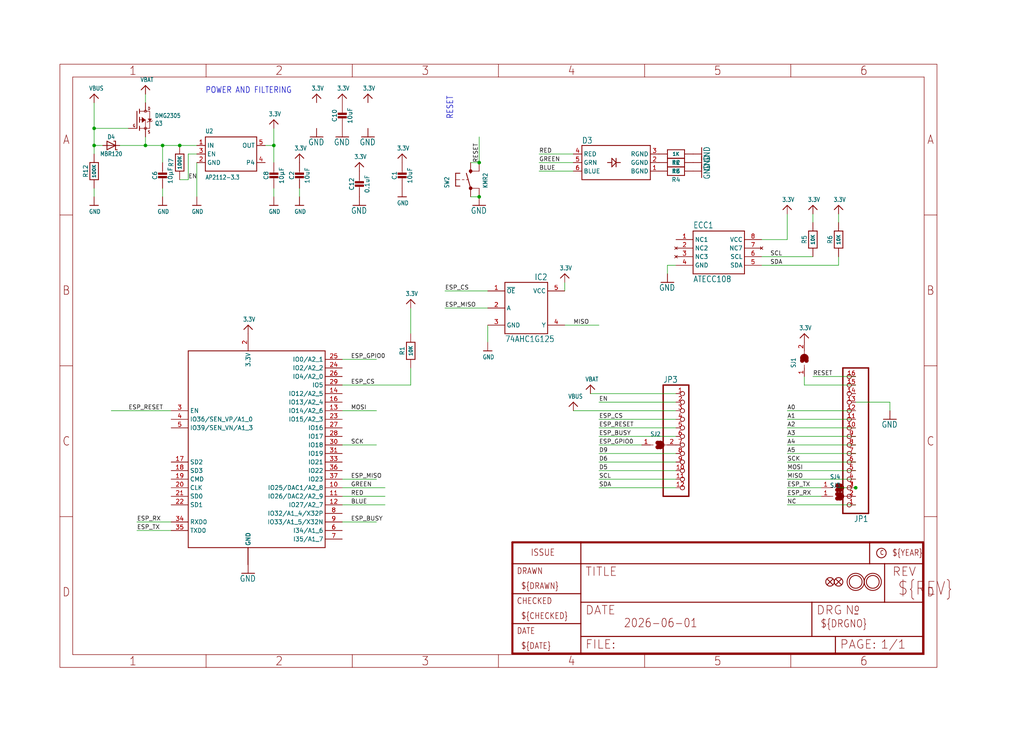
<source format=kicad_sch>
(kicad_sch (version 20230121) (generator eeschema)
  (paper "User" 303.962 217.322)
  (lib_symbols
    (symbol "working-eagle-import:3.3V" (power)
      (property "Value" "3.3V" (at -1.524 1.016 0))
      (symbol "3.3V_1_0"
        (pin power_in line (at 0 -2.54 90) (length 2.54) (name "3.3V") (number "1"))
      )
    )
    (symbol "working-eagle-import:74AHC1G125"
      (property "Reference" "IC" (at 7.62 10.16 0))
      (symbol "74AHC1G125_1_0"
        (pin input line (at -10.16 5.08 0) (length 5.08) (name "~{OE}") (number "1"))
        (pin input line (at -10.16 0 0) (length 5.08) (name "A") (number "2"))
        (pin power_in line (at -10.16 -5.08 0) (length 5.08) (name "GND") (number "3"))
        (pin output line (at 12.7 -5.08 180) (length 5.08) (name "Y") (number "4"))
        (pin power_in line (at 12.7 5.08 180) (length 5.08) (name "VCC") (number "5"))
      )
    )
    (symbol "working-eagle-import:ATECC108"
      (property "Reference" "ECC" (at -7.62 5.842 0))
      (symbol "ATECC108_1_0"
        (pin bidirectional line (at -12.7 2.54 0) (length 5.08) (name "NC1") (number "1"))
        (pin no_connect line (at -12.7 0 0) (length 5.08) (name "NC2") (number "2"))
        (pin no_connect line (at -12.7 -2.54 0) (length 5.08) (name "NC3") (number "3"))
        (pin power_in line (at -12.7 -5.08 0) (length 5.08) (name "GND") (number "4"))
        (pin bidirectional line (at 12.7 -5.08 180) (length 5.08) (name "SDA") (number "5"))
        (pin bidirectional line (at 12.7 -2.54 180) (length 5.08) (name "SCL") (number "6"))
        (pin no_connect line (at 12.7 0 180) (length 5.08) (name "NC7") (number "7"))
        (pin power_in line (at 12.7 2.54 180) (length 5.08) (name "VCC") (number "8"))
      )
    )
    (symbol "working-eagle-import:CAP_CERAMIC0603_NO"
      (property "Reference" "C" (at -2.29 1.25 90))
      (symbol "CAP_CERAMIC0603_NO_1_0"
        (pin passive line (at 0 5.08 270) (length 2.54) (name "1") (number "1"))
        (pin passive line (at 0 -2.54 90) (length 2.54) (name "2") (number "2"))
      )
    )
    (symbol "working-eagle-import:CAP_CERAMIC0805-NOOUTLINE"
      (property "Reference" "C" (at -2.29 1.25 90))
      (symbol "CAP_CERAMIC0805-NOOUTLINE_1_0"
        (pin passive line (at 0 5.08 270) (length 2.54) (name "1") (number "1"))
        (pin passive line (at 0 -2.54 90) (length 2.54) (name "2") (number "2"))
      )
    )
    (symbol "working-eagle-import:DIODE-SCHOTTKYSOD-123"
      (property "Reference" "D" (at 0 2.54 0))
      (symbol "DIODE-SCHOTTKYSOD-123_1_0"
        (pin passive line (at -2.54 0 0) (length 2.54) (name "A") (number "A"))
        (pin passive line (at 2.54 0 180) (length 2.54) (name "C") (number "C"))
      )
    )
    (symbol "working-eagle-import:ESP32_WROOM32_SKINNY"
      (symbol "ESP32_WROOM32_SKINNY_1_0"
        (pin passive line (at 0 -27.94 90) (length 5.08) (name "GND") (number "1"))
        (pin bidirectional line (at 27.94 -5.08 180) (length 5.08) (name "IO25/DAC1/A2_8") (number "10"))
        (pin bidirectional line (at 27.94 -7.62 180) (length 5.08) (name "IO26/DAC2/A2_9") (number "11"))
        (pin bidirectional line (at 27.94 -10.16 180) (length 5.08) (name "IO27/A2_7") (number "12"))
        (pin bidirectional line (at 27.94 17.78 180) (length 5.08) (name "IO14/A2_6") (number "13"))
        (pin bidirectional line (at 27.94 22.86 180) (length 5.08) (name "IO12/A2_5") (number "14"))
        (pin passive line (at 0 -27.94 90) (length 5.08) (name "GND") (number "15"))
        (pin bidirectional line (at 27.94 20.32 180) (length 5.08) (name "IO13/A2_4") (number "16"))
        (pin bidirectional line (at -22.86 2.54 0) (length 5.08) (name "SD2") (number "17"))
        (pin bidirectional line (at -22.86 0 0) (length 5.08) (name "SD3") (number "18"))
        (pin bidirectional line (at -22.86 -2.54 0) (length 5.08) (name "CMD") (number "19"))
        (pin passive line (at 0 40.64 270) (length 5.08) (name "3.3V") (number "2"))
        (pin bidirectional line (at -22.86 -5.08 0) (length 5.08) (name "CLK") (number "20"))
        (pin bidirectional line (at -22.86 -7.62 0) (length 5.08) (name "SD0") (number "21"))
        (pin bidirectional line (at -22.86 -10.16 0) (length 5.08) (name "SD1") (number "22"))
        (pin bidirectional line (at 27.94 15.24 180) (length 5.08) (name "IO15/A2_3") (number "23"))
        (pin bidirectional line (at 27.94 30.48 180) (length 5.08) (name "IO2/A2_2") (number "24"))
        (pin bidirectional line (at 27.94 33.02 180) (length 5.08) (name "IO0/A2_1") (number "25"))
        (pin bidirectional line (at 27.94 27.94 180) (length 5.08) (name "IO4/A2_0") (number "26"))
        (pin bidirectional line (at 27.94 12.7 180) (length 5.08) (name "IO16") (number "27"))
        (pin bidirectional line (at 27.94 10.16 180) (length 5.08) (name "IO17") (number "28"))
        (pin bidirectional line (at 27.94 25.4 180) (length 5.08) (name "IO5") (number "29"))
        (pin input line (at -22.86 17.78 0) (length 5.08) (name "EN") (number "3"))
        (pin bidirectional line (at 27.94 7.62 180) (length 5.08) (name "IO18") (number "30"))
        (pin bidirectional line (at 27.94 5.08 180) (length 5.08) (name "IO19") (number "31"))
        (pin bidirectional line (at 27.94 2.54 180) (length 5.08) (name "IO21") (number "33"))
        (pin input line (at -22.86 -15.24 0) (length 5.08) (name "RXD0") (number "34"))
        (pin output line (at -22.86 -17.78 0) (length 5.08) (name "TXD0") (number "35"))
        (pin bidirectional line (at 27.94 0 180) (length 5.08) (name "IO22") (number "36"))
        (pin bidirectional line (at 27.94 -2.54 180) (length 5.08) (name "IO23") (number "37"))
        (pin passive line (at 0 -27.94 90) (length 5.08) (name "GND") (number "38"))
        (pin passive line (at -22.86 15.24 0) (length 5.08) (name "IO36/SEN_VP/A1_0") (number "4"))
        (pin passive line (at -22.86 12.7 0) (length 5.08) (name "IO39/SEN_VN/A1_3") (number "5"))
        (pin bidirectional line (at 27.94 -17.78 180) (length 5.08) (name "I34/A1_6") (number "6"))
        (pin bidirectional line (at 27.94 -20.32 180) (length 5.08) (name "I35/A1_7") (number "7"))
        (pin bidirectional line (at 27.94 -12.7 180) (length 5.08) (name "IO32/A1_4/X32P") (number "8"))
        (pin bidirectional line (at 27.94 -15.24 180) (length 5.08) (name "IO33/A1_5/X32N") (number "9"))
        (pin passive line (at 0 -27.94 90) (length 5.08) (name "GND") (number "P$1"))
      )
    )
    (symbol "working-eagle-import:FIDUCIAL_1MM")
    (symbol "working-eagle-import:FRAME_A4"
      (symbol "FRAME_A4_1_0"
        (text "1" (at 21.6958 1.905 0) (effects (font (size 2.54 2.286))))
        (text "1" (at 21.6958 177.165 0) (effects (font (size 2.54 2.286))))
        (text "2" (at 65.0875 1.905 0) (effects (font (size 2.54 2.286))))
        (text "2" (at 65.0875 177.165 0) (effects (font (size 2.54 2.286))))
        (text "3" (at 108.4792 1.905 0) (effects (font (size 2.54 2.286))))
        (text "3" (at 108.4792 177.165 0) (effects (font (size 2.54 2.286))))
        (text "4" (at 151.8708 1.905 0) (effects (font (size 2.54 2.286))))
        (text "4" (at 151.8708 177.165 0) (effects (font (size 2.54 2.286))))
        (text "5" (at 195.2625 1.905 0) (effects (font (size 2.54 2.286))))
        (text "5" (at 195.2625 177.165 0) (effects (font (size 2.54 2.286))))
        (text "6" (at 238.6542 1.905 0) (effects (font (size 2.54 2.286))))
        (text "6" (at 238.6542 177.165 0) (effects (font (size 2.54 2.286))))
        (text "A" (at 1.905 156.6863 0) (effects (font (size 2.54 2.286))))
        (text "A" (at 258.445 156.6863 0) (effects (font (size 2.54 2.286))))
        (text "B" (at 1.905 111.9188 0) (effects (font (size 2.54 2.286))))
        (text "B" (at 258.445 111.9188 0) (effects (font (size 2.54 2.286))))
        (text "C" (at 1.905 67.1513 0) (effects (font (size 2.54 2.286))))
        (text "C" (at 258.445 67.1513 0) (effects (font (size 2.54 2.286))))
        (text "D" (at 1.905 22.3838 0) (effects (font (size 2.54 2.286))))
        (text "D" (at 258.445 22.3838 0) (effects (font (size 2.54 2.286))))
      )
      (symbol "FRAME_A4_2_0"
        (text "${#}/${##}" (at 108.9152 2.8448 0) (effects (font (size 2.54 2.54)) (justify left bottom)))
        (text "${CHECKED}" (at 2.2352 11.7348 0) (effects (font (size 1.778 1.5113)) (justify left bottom)))
        (text "${COMPANY}" (at 23.349 29.6735 0) (effects (font (size 3.175 2.6987) (thickness 0.5397) bold) (justify left bottom)))
        (text "${CURRENT_DATE}" (at 32.7152 9.1948 0) (effects (font (size 2.54 2.159)) (justify left bottom)))
        (text "${DATE}" (at 2.2352 2.8448 0) (effects (font (size 1.778 1.5113)) (justify left bottom)))
        (text "${DRAWN}" (at 2.2352 20.6248 0) (effects (font (size 1.778 1.5113)) (justify left bottom)))
        (text "${DRGNO}" (at 91.1352 9.1948 0) (effects (font (size 2.1844 1.8567)) (justify left bottom)))
        (text "${PROJECTNAME}" (at 33.0327 2.8448 0) (effects (font (size 2.54 2.159)) (justify left bottom)))
        (text "${REV}" (at 113.9952 18.7198 0) (effects (font (size 3.81 3.2385)) (justify left bottom)))
        (text "${YEAR}" (at 112.4077 30.4673 0) (effects (font (size 1.778 1.5113)) (justify left bottom)))
        (text "C" (at 108.7564 30.7848 0) (effects (font (size 1.27 1.0795)) (justify left bottom)))
        (text "CHECKED" (at 0.9652 16.1798 0) (effects (font (size 1.778 1.5113)) (justify left bottom)))
        (text "DATE" (at 0.9652 7.2898 0) (effects (font (size 1.778 1.5113)) (justify left bottom)))
        (text "DATE" (at 21.2852 13.0048 0) (effects (font (size 2.54 2.54)) (justify left bottom)))
        (text "DRAWN" (at 0.9652 25.0698 0) (effects (font (size 1.778 1.5113)) (justify left bottom)))
        (text "DRG" (at 89.8652 13.0048 0) (effects (font (size 2.54 2.54)) (justify left bottom)))
        (text "FILE:" (at 21.2852 2.8448 0) (effects (font (size 2.54 2.54)) (justify left bottom)))
        (text "ISSUE" (at 5.0927 30.4673 0) (effects (font (size 1.9304 1.6408)) (justify left bottom)))
        (text "N" (at 98.4377 13.0048 0) (effects (font (size 2.54 2.54)) (justify left bottom)))
        (text "o" (at 100.9777 13.9573 0) (effects (font (size 2.1844 1.8567)) (justify left bottom)))
        (text "PAGE:" (at 96.8502 2.8448 0) (effects (font (size 2.54 2.54)) (justify left bottom)))
        (text "REV" (at 112.4077 24.4348 0) (effects (font (size 2.54 2.54)) (justify left bottom)))
        (text "TITLE" (at 21.2852 24.4348 0) (effects (font (size 2.54 2.54)) (justify left bottom)))
      )
    )
    (symbol "working-eagle-import:GND" (power)
      (property "Value" "GND" (at -1.524 -2.54 0))
      (symbol "GND_1_0"
        (pin power_in line (at 0 2.54 270) (length 2.54) (name "GND") (number "1"))
      )
    )
    (symbol "working-eagle-import:HEADER-1X12_MIN"
      (property "Reference" "JP" (at -6.35 18.415 0))
      (symbol "HEADER-1X12_MIN_1_0"
        (pin passive inverted (at -2.54 15.24 0) (length 2.54) (name "1") (number "1"))
        (pin passive inverted (at -2.54 -7.62 0) (length 2.54) (name "10") (number "10"))
        (pin passive inverted (at -2.54 -10.16 0) (length 2.54) (name "11") (number "11"))
        (pin passive inverted (at -2.54 -12.7 0) (length 2.54) (name "12") (number "12"))
        (pin passive inverted (at -2.54 12.7 0) (length 2.54) (name "2") (number "2"))
        (pin passive inverted (at -2.54 10.16 0) (length 2.54) (name "3") (number "3"))
        (pin passive inverted (at -2.54 7.62 0) (length 2.54) (name "4") (number "4"))
        (pin passive inverted (at -2.54 5.08 0) (length 2.54) (name "5") (number "5"))
        (pin passive inverted (at -2.54 2.54 0) (length 2.54) (name "6") (number "6"))
        (pin passive inverted (at -2.54 0 0) (length 2.54) (name "7") (number "7"))
        (pin passive inverted (at -2.54 -2.54 0) (length 2.54) (name "8") (number "8"))
        (pin passive inverted (at -2.54 -5.08 0) (length 2.54) (name "9") (number "9"))
      )
    )
    (symbol "working-eagle-import:HEADER-1X16_MIN"
      (property "Reference" "JP" (at -6.35 20.955 0))
      (symbol "HEADER-1X16_MIN_1_0"
        (pin passive inverted (at -2.54 17.78 0) (length 2.54) (name "1") (number "1"))
        (pin passive inverted (at -2.54 -5.08 0) (length 2.54) (name "10") (number "10"))
        (pin passive inverted (at -2.54 -7.62 0) (length 2.54) (name "11") (number "11"))
        (pin passive inverted (at -2.54 -10.16 0) (length 2.54) (name "12") (number "12"))
        (pin passive inverted (at -2.54 -12.7 0) (length 2.54) (name "13") (number "13"))
        (pin passive inverted (at -2.54 -15.24 0) (length 2.54) (name "14") (number "14"))
        (pin passive inverted (at -2.54 -17.78 0) (length 2.54) (name "15") (number "15"))
        (pin passive inverted (at -2.54 -20.32 0) (length 2.54) (name "16") (number "16"))
        (pin passive inverted (at -2.54 15.24 0) (length 2.54) (name "2") (number "2"))
        (pin passive inverted (at -2.54 12.7 0) (length 2.54) (name "3") (number "3"))
        (pin passive inverted (at -2.54 10.16 0) (length 2.54) (name "4") (number "4"))
        (pin passive inverted (at -2.54 7.62 0) (length 2.54) (name "5") (number "5"))
        (pin passive inverted (at -2.54 5.08 0) (length 2.54) (name "6") (number "6"))
        (pin passive inverted (at -2.54 2.54 0) (length 2.54) (name "7") (number "7"))
        (pin passive inverted (at -2.54 0 0) (length 2.54) (name "8") (number "8"))
        (pin passive inverted (at -2.54 -2.54 0) (length 2.54) (name "9") (number "9"))
      )
    )
    (symbol "working-eagle-import:LED_RGB_PLCC6CREE-CLV6A"
      (property "Reference" "D" (at -10.16 5.588 0))
      (symbol "LED_RGB_PLCC6CREE-CLV6A_1_0"
        (pin power_in line (at 12.7 -2.54 180) (length 2.54) (name "BGND") (number "1"))
        (pin power_in line (at 12.7 0 180) (length 2.54) (name "GGND") (number "2"))
        (pin power_in line (at 12.7 2.54 180) (length 2.54) (name "RGND") (number "3"))
        (pin bidirectional line (at -12.7 2.54 0) (length 2.54) (name "RED") (number "4"))
        (pin bidirectional line (at -12.7 0 0) (length 2.54) (name "GRN") (number "5"))
        (pin bidirectional line (at -12.7 -2.54 0) (length 2.54) (name "BLUE") (number "6"))
      )
    )
    (symbol "working-eagle-import:MOSFET-P"
      (property "Reference" "Q" (at 2.794 0.381 0))
      (symbol "MOSFET-P_1_0"
        (text "D" (at 0.635 -3.81 0) (effects (font (size 0.8128 0.6908)) (justify left bottom)))
        (text "G" (at -3.81 1.27 0) (effects (font (size 0.8128 0.6908)) (justify left bottom)))
        (text "S" (at 0.635 3.175 0) (effects (font (size 0.8128 0.6908)) (justify left bottom)))
        (pin passive line (at -5.08 2.54 0) (length 2.54) (name "G") (number "1"))
        (pin passive line (at 0 5.08 270) (length 2.54) (name "S") (number "2"))
        (pin passive line (at 0 -5.08 90) (length 2.54) (name "D") (number "3"))
      )
    )
    (symbol "working-eagle-import:MOUNTINGHOLE2.5")
    (symbol "working-eagle-import:RESISTOR_0603_NOOUT"
      (property "Reference" "R" (at 0 2.54 0))
      (symbol "RESISTOR_0603_NOOUT_1_0"
        (pin passive line (at -5.08 0 0) (length 2.54) (name "1") (number "1"))
        (pin passive line (at 5.08 0 180) (length 2.54) (name "2") (number "2"))
      )
    )
    (symbol "working-eagle-import:SOLDERJUMPER"
      (property "Reference" "SJ" (at -2.54 2.54 0))
      (symbol "SOLDERJUMPER_1_0"
        (pin passive line (at -5.08 0 0) (length 2.54) (name "1") (number "1"))
        (pin passive line (at 5.08 0 180) (length 2.54) (name "2") (number "2"))
      )
    )
    (symbol "working-eagle-import:SWITCH_TACT_SMT4.6X2.8"
      (property "Reference" "SW" (at -2.54 6.35 0))
      (symbol "SWITCH_TACT_SMT4.6X2.8_1_0"
        (pin passive line (at -5.08 0 0) (length 2.54) (name "P") (number "A"))
        (pin passive line (at -5.08 -2.54 0) (length 2.54) (name "P1") (number "A'"))
        (pin passive line (at 5.08 0 180) (length 2.54) (name "S") (number "B"))
        (pin passive line (at 5.08 -2.54 180) (length 2.54) (name "S1") (number "B'"))
      )
    )
    (symbol "working-eagle-import:SparkFun-Aesthetics_GND" (power)
      (property "Value" "SparkFun-Aesthetics_GND" (at -2.54 -2.54 0))
      (symbol "SparkFun-Aesthetics_GND_1_0"
        (pin power_in line (at 0 2.54 270) (length 2.54) (name "GND") (number "1"))
      )
    )
    (symbol "working-eagle-import:VBAT" (power)
      (property "Value" "VBAT" (at -1.524 1.016 0))
      (symbol "VBAT_1_0"
        (pin power_in line (at 0 -2.54 90) (length 2.54) (name "VBAT") (number "1"))
      )
    )
    (symbol "working-eagle-import:VBUS" (power)
      (property "Value" "VBUS" (at -1.524 1.016 0))
      (symbol "VBUS_1_0"
        (pin power_in line (at 0 -2.54 90) (length 2.54) (name "VBUS") (number "1"))
      )
    )
    (symbol "working-eagle-import:VREG_SOT23-5"
      (property "Reference" "U" (at -7.62 6.096 0))
      (symbol "VREG_SOT23-5_1_0"
        (pin power_in line (at -10.16 2.54 0) (length 2.54) (name "IN") (number "1"))
        (pin power_in line (at -10.16 -2.54 0) (length 2.54) (name "GND") (number "2"))
        (pin input line (at -10.16 0 0) (length 2.54) (name "EN") (number "3"))
        (pin bidirectional line (at 10.16 -2.54 180) (length 2.54) (name "P4") (number "4"))
        (pin power_in line (at 10.16 2.54 180) (length 2.54) (name "OUT") (number "5"))
      )
    )
    (symbol "working-eagle-import:supply1_GND" (power)
      (property "Value" "supply1_GND" (at -2.54 -2.54 0))
      (symbol "supply1_GND_1_0"
        (pin power_in line (at 0 2.54 270) (length 2.54) (name "GND") (number "1"))
      )
    )
  )
  (junction (at 142.24 48.26))
  (junction (at 142.24 58.42))
  (junction (at 43.18 43.18))
  (junction (at 48.26 43.18))
  (junction (at 53.34 43.18))
  (junction (at 27.94 38.1))
  (junction (at 254 144.78))
  (junction (at 81.28 43.18))
  (junction (at 27.94 43.18))
  (wire (pts (xy 101.6 147.32) (xy 114.3 147.32)) (stroke (width 0.1524)))
  (wire (pts (xy 27.94 45.72) (xy 27.94 43.18)) (stroke (width 0.1524)))
  (wire (pts (xy 55.88 45.72) (xy 58.42 45.72)) (stroke (width 0.1524)))
  (wire (pts (xy 132.08 91.44) (xy 144.78 91.44)) (stroke (width 0.1524)))
  (wire (pts (xy 101.6 154.94) (xy 111.76 154.94)) (stroke (width 0.1524)))
  (wire (pts (xy 200.66 142.24) (xy 177.8 142.24)) (stroke (width 0.1524)))
  (wire (pts (xy 35.56 43.18) (xy 43.18 43.18)) (stroke (width 0.1524)))
  (wire (pts (xy 226.06 78.74) (xy 248.92 78.74)) (stroke (width 0.1524)))
  (wire (pts (xy 27.94 58.42) (xy 27.94 55.88)) (stroke (width 0.1524)))
  (wire (pts (xy 43.18 40.64) (xy 43.18 43.18)) (stroke (width 0.1524)))
  (wire (pts (xy 101.6 106.68) (xy 111.76 106.68)) (stroke (width 0.1524)))
  (wire (pts (xy 198.12 78.74) (xy 198.12 81.28)) (stroke (width 0.1524)))
  (wire (pts (xy 142.24 40.64) (xy 142.24 48.26)) (stroke (width 0.1524)))
  (wire (pts (xy 233.68 63.5) (xy 233.68 71.12)) (stroke (width 0.1524)))
  (wire (pts (xy 254 132.08) (xy 233.68 132.08)) (stroke (width 0.1524)))
  (wire (pts (xy 248.92 63.5) (xy 248.92 66.04)) (stroke (width 0.1524)))
  (wire (pts (xy 121.92 114.3) (xy 121.92 109.22)) (stroke (width 0.1524)))
  (wire (pts (xy 264.16 119.38) (xy 264.16 121.92)) (stroke (width 0.1524)))
  (wire (pts (xy 200.66 124.46) (xy 177.8 124.46)) (stroke (width 0.1524)))
  (wire (pts (xy 50.8 157.48) (xy 40.64 157.48)) (stroke (width 0.1524)))
  (wire (pts (xy 254 139.7) (xy 233.68 139.7)) (stroke (width 0.1524)))
  (wire (pts (xy 121.92 91.44) (xy 121.92 99.06)) (stroke (width 0.1524)))
  (wire (pts (xy 48.26 55.88) (xy 48.26 58.42)) (stroke (width 0.1524)))
  (wire (pts (xy 243.84 144.78) (xy 233.68 144.78)) (stroke (width 0.1524)))
  (wire (pts (xy 175.26 116.84) (xy 200.66 116.84)) (stroke (width 0.1524)))
  (wire (pts (xy 254 134.62) (xy 233.68 134.62)) (stroke (width 0.1524)))
  (wire (pts (xy 30.48 43.18) (xy 27.94 43.18)) (stroke (width 0.1524)))
  (wire (pts (xy 160.02 48.26) (xy 170.18 48.26)) (stroke (width 0.1524)))
  (wire (pts (xy 254 111.76) (xy 241.3 111.76)) (stroke (width 0.1524)))
  (wire (pts (xy 114.3 149.86) (xy 101.6 149.86)) (stroke (width 0.1524)))
  (wire (pts (xy 167.64 83.82) (xy 167.64 86.36)) (stroke (width 0.1524)))
  (wire (pts (xy 27.94 43.18) (xy 27.94 38.1)) (stroke (width 0.1524)))
  (wire (pts (xy 78.74 43.18) (xy 81.28 43.18)) (stroke (width 0.1524)))
  (wire (pts (xy 233.68 142.24) (xy 254 142.24)) (stroke (width 0.1524)))
  (wire (pts (xy 142.24 48.26) (xy 139.7 48.26)) (stroke (width 0.1524)))
  (wire (pts (xy 53.34 53.34) (xy 55.88 53.34)) (stroke (width 0.1524)))
  (wire (pts (xy 139.7 58.42) (xy 142.24 58.42)) (stroke (width 0.1524)))
  (wire (pts (xy 160.02 45.72) (xy 170.18 45.72)) (stroke (width 0.1524)))
  (wire (pts (xy 226.06 71.12) (xy 233.68 71.12)) (stroke (width 0.1524)))
  (wire (pts (xy 53.34 43.18) (xy 48.26 43.18)) (stroke (width 0.1524)))
  (wire (pts (xy 238.76 111.76) (xy 238.76 114.3)) (stroke (width 0.1524)))
  (wire (pts (xy 200.66 121.92) (xy 170.18 121.92)) (stroke (width 0.1524)))
  (wire (pts (xy 200.66 139.7) (xy 177.8 139.7)) (stroke (width 0.1524)))
  (wire (pts (xy 81.28 55.88) (xy 81.28 58.42)) (stroke (width 0.1524)))
  (wire (pts (xy 177.8 144.78) (xy 200.66 144.78)) (stroke (width 0.1524)))
  (wire (pts (xy 132.08 86.36) (xy 144.78 86.36)) (stroke (width 0.1524)))
  (wire (pts (xy 177.8 137.16) (xy 200.66 137.16)) (stroke (width 0.1524)))
  (wire (pts (xy 81.28 43.18) (xy 81.28 38.1)) (stroke (width 0.1524)))
  (wire (pts (xy 254 121.92) (xy 233.68 121.92)) (stroke (width 0.1524)))
  (wire (pts (xy 254 149.86) (xy 233.68 149.86)) (stroke (width 0.1524)))
  (wire (pts (xy 233.68 129.54) (xy 254 129.54)) (stroke (width 0.1524)))
  (wire (pts (xy 226.06 76.2) (xy 241.3 76.2)) (stroke (width 0.1524)))
  (wire (pts (xy 58.42 48.26) (xy 58.42 58.42)) (stroke (width 0.1524)))
  (wire (pts (xy 111.76 132.08) (xy 101.6 132.08)) (stroke (width 0.1524)))
  (wire (pts (xy 254 119.38) (xy 264.16 119.38)) (stroke (width 0.1524)))
  (wire (pts (xy 27.94 38.1) (xy 27.94 30.48)) (stroke (width 0.1524)))
  (wire (pts (xy 48.26 43.18) (xy 48.26 48.26)) (stroke (width 0.1524)))
  (wire (pts (xy 38.1 38.1) (xy 27.94 38.1)) (stroke (width 0.1524)))
  (wire (pts (xy 241.3 66.04) (xy 241.3 63.5)) (stroke (width 0.1524)))
  (wire (pts (xy 248.92 78.74) (xy 248.92 76.2)) (stroke (width 0.1524)))
  (wire (pts (xy 101.6 114.3) (xy 121.92 114.3)) (stroke (width 0.1524)))
  (wire (pts (xy 58.42 43.18) (xy 53.34 43.18)) (stroke (width 0.1524)))
  (wire (pts (xy 177.8 134.62) (xy 200.66 134.62)) (stroke (width 0.1524)))
  (wire (pts (xy 111.76 142.24) (xy 101.6 142.24)) (stroke (width 0.1524)))
  (wire (pts (xy 200.66 78.74) (xy 198.12 78.74)) (stroke (width 0.1524)))
  (wire (pts (xy 88.9 55.88) (xy 88.9 58.42)) (stroke (width 0.1524)))
  (wire (pts (xy 55.88 53.34) (xy 55.88 45.72)) (stroke (width 0.1524)))
  (wire (pts (xy 238.76 114.3) (xy 254 114.3)) (stroke (width 0.1524)))
  (wire (pts (xy 200.66 129.54) (xy 177.8 129.54)) (stroke (width 0.1524)))
  (wire (pts (xy 254 144.78) (xy 248.9962 144.78)) (stroke (width 0.1524)))
  (wire (pts (xy 254 124.46) (xy 233.68 124.46)) (stroke (width 0.1524)))
  (wire (pts (xy 254 137.16) (xy 233.68 137.16)) (stroke (width 0.1524)))
  (wire (pts (xy 254 127) (xy 233.68 127)) (stroke (width 0.1524)))
  (wire (pts (xy 43.18 43.18) (xy 48.26 43.18)) (stroke (width 0.1524)))
  (wire (pts (xy 101.6 121.92) (xy 111.76 121.92)) (stroke (width 0.1524)))
  (wire (pts (xy 50.8 121.92) (xy 33.02 121.92)) (stroke (width 0.1524)))
  (wire (pts (xy 50.8 154.94) (xy 40.64 154.94)) (stroke (width 0.1524)))
  (wire (pts (xy 43.18 27.94) (xy 43.18 30.48)) (stroke (width 0.1524)))
  (wire (pts (xy 177.8 119.38) (xy 200.66 119.38)) (stroke (width 0.1524)))
  (wire (pts (xy 160.02 50.8) (xy 170.18 50.8)) (stroke (width 0.1524)))
  (wire (pts (xy 167.64 96.52) (xy 177.8 96.52)) (stroke (width 0.1524)))
  (wire (pts (xy 81.28 48.26) (xy 81.28 43.18)) (stroke (width 0.1524)))
  (wire (pts (xy 177.8 127) (xy 200.66 127)) (stroke (width 0.1524)))
  (wire (pts (xy 177.8 132.08) (xy 190.5 132.08)) (stroke (width 0.1524)))
  (wire (pts (xy 233.68 147.32) (xy 243.84 147.32)) (stroke (width 0.1524)))
  (wire (pts (xy 101.6 144.78) (xy 114.3 144.78)) (stroke (width 0.1524)))
  (wire (pts (xy 144.78 96.52) (xy 144.78 101.6)) (stroke (width 0.1524)))
  (text "RESET" (at 134.62 35.56 90) (effects (font (size 1.778 1.5113)) (justify left bottom)))
  (text "POWER AND FILTERING" (at 60.96 27.94 0) (effects (font (size 1.778 1.5113)) (justify left bottom)))
  (label "ESP_RESET" (at 177.8 127 0) (effects (font (size 1.2446 1.2446))))
  (label "RED" (at 160.02 45.72 0) (effects (font (size 1.2446 1.2446))))
  (label "D9" (at 177.8 134.62 0) (effects (font (size 1.2446 1.2446))))
  (label "ESP_RX" (at 40.64 154.94 0) (effects (font (size 1.2446 1.2446))))
  (label "ESP_TX" (at 233.68 144.78 0) (effects (font (size 1.2446 1.2446))))
  (label "A4" (at 233.68 132.08 0) (effects (font (size 1.2446 1.2446))))
  (label "ESP_BUSY" (at 104.14 154.94 0) (effects (font (size 1.2446 1.2446))))
  (label "EN" (at 55.88 53.34 0) (effects (font (size 1.2446 1.2446))))
  (label "A2" (at 233.68 127 0) (effects (font (size 1.2446 1.2446))))
  (label "SDA" (at 177.8 144.78 0) (effects (font (size 1.2446 1.2446))))
  (label "ESP_RESET" (at 38.1 121.92 0) (effects (font (size 1.2446 1.2446))))
  (label "A5" (at 233.68 134.62 0) (effects (font (size 1.2446 1.2446))))
  (label "SCK" (at 104.14 132.08 0) (effects (font (size 1.2446 1.2446))))
  (label "ESP_RX" (at 233.68 147.32 0) (effects (font (size 1.2446 1.2446))))
  (label "SCK" (at 233.68 137.16 0) (effects (font (size 1.2446 1.2446))))
  (label "ESP_MISO" (at 104.14 142.24 0) (effects (font (size 1.2446 1.2446))))
  (label "NC" (at 233.68 149.86 0) (effects (font (size 1.2446 1.2446))))
  (label "EN" (at 177.8 119.38 0) (effects (font (size 1.2446 1.2446))))
  (label "RESET" (at 241.3 111.76 0) (effects (font (size 1.2446 1.2446))))
  (label "ESP_GPIO0" (at 104.14 106.68 0) (effects (font (size 1.2446 1.2446))))
  (label "A0" (at 233.68 121.92 0) (effects (font (size 1.2446 1.2446))))
  (label "SCL" (at 177.8 142.24 0) (effects (font (size 1.2446 1.2446))))
  (label "SCL" (at 228.6 76.2 0) (effects (font (size 1.2446 1.2446))))
  (label "GREEN" (at 160.02 48.26 0) (effects (font (size 1.2446 1.2446))))
  (label "ESP_CS" (at 177.8 124.46 0) (effects (font (size 1.2446 1.2446))))
  (label "D6" (at 177.8 137.16 0) (effects (font (size 1.2446 1.2446))))
  (label "MOSI" (at 233.68 139.7 0) (effects (font (size 1.2446 1.2446))))
  (label "MISO" (at 170.18 96.52 0) (effects (font (size 1.2446 1.2446))))
  (label "ESP_GPIO0" (at 177.8 132.08 0) (effects (font (size 1.2446 1.2446))))
  (label "RESET" (at 142.24 48.26 90) (effects (font (size 1.2446 1.2446))))
  (label "ESP_CS" (at 104.14 114.3 0) (effects (font (size 1.2446 1.2446))))
  (label "A1" (at 233.68 124.46 0) (effects (font (size 1.2446 1.2446))))
  (label "ESP_CS" (at 132.08 86.36 0) (effects (font (size 1.2446 1.2446))))
  (label "A3" (at 233.68 129.54 0) (effects (font (size 1.2446 1.2446))))
  (label "MOSI" (at 104.14 121.92 0) (effects (font (size 1.2446 1.2446))))
  (label "D5" (at 177.8 139.7 0) (effects (font (size 1.2446 1.2446))))
  (label "MISO" (at 233.68 142.24 0) (effects (font (size 1.2446 1.2446))))
  (label "RED" (at 104.14 147.32 0) (effects (font (size 1.2446 1.2446))))
  (label "BLUE" (at 160.02 50.8 0) (effects (font (size 1.2446 1.2446))))
  (label "GREEN" (at 104.14 144.78 0) (effects (font (size 1.2446 1.2446))))
  (label "ESP_MISO" (at 132.08 91.44 0) (effects (font (size 1.2446 1.2446))))
  (label "BLUE" (at 104.14 149.86 0) (effects (font (size 1.2446 1.2446))))
  (label "ESP_TX" (at 40.64 157.48 0) (effects (font (size 1.2446 1.2446))))
  (label "SDA" (at 228.6 78.74 0) (effects (font (size 1.2446 1.2446))))
  (label "ESP_BUSY" (at 177.8 129.54 0) (effects (font (size 1.2446 1.2446))))
  (symbol (lib_id "working-eagle-import:supply1_GND") (at 109.22 40.64 0) (unit 1)
    (property "Reference" "#GND10" (effects hide))
    (property "Value" "GND" (at 106.68 43.18 0) (effects (font (size 1.778 1.5113)) (justify left bottom)))
  )
  (symbol (lib_id "working-eagle-import:74AHC1G125") (at 154.94 91.44 0) (unit 1)
    (property "Reference" "IC2" (at 162.56 81.28 0) (effects (font (size 1.778 1.5113)) (justify right top)))
    (property "Value" "74AHC1G125" (at 149.86 101.6 0) (effects (font (size 1.778 1.5113)) (justify left bottom)))
    (property "Footprint" "working:SOT23-5L" (effects hide))
  )
  (symbol (lib_id "working-eagle-import:supply1_GND") (at 93.98 40.64 0) (unit 1)
    (property "Reference" "#GND2" (effects hide))
    (property "Value" "GND" (at 91.44 43.18 0) (effects (font (size 1.778 1.5113)) (justify left bottom)))
  )
  (symbol (lib_id "working-eagle-import:FIDUCIAL_1MM") (at 246.38 172.72 0) (unit 1)
    (property "Reference" "U$35" (effects hide))
    (property "Value" "FIDUCIAL_1MM" (effects hide))
    (property "Footprint" "working:FIDUCIAL_1MM" (effects hide))
  )
  (symbol (lib_id "working-eagle-import:CAP_CERAMIC0805-NOOUTLINE") (at 101.6 35.56 0) (unit 1)
    (property "Reference" "C10" (at 99.31 34.31 90))
    (property "Value" "10uF" (at 103.9 34.31 90))
    (property "Footprint" "working:0805-NO" (effects hide))
  )
  (symbol (lib_id "working-eagle-import:FIDUCIAL_1MM") (at 248.92 172.72 0) (unit 1)
    (property "Reference" "U$34" (effects hide))
    (property "Value" "FIDUCIAL_1MM" (effects hide))
    (property "Footprint" "working:FIDUCIAL_1MM" (effects hide))
  )
  (symbol (lib_id "working-eagle-import:RESISTOR_0603_NOOUT") (at 200.66 45.72 180) (unit 1)
    (property "Reference" "R2" (at 200.66 48.26 0))
    (property "Value" "1K" (at 200.66 45.72 0) (effects (font (size 1.016 1.016) bold)))
    (property "Footprint" "working:0603-NO" (effects hide))
  )
  (symbol (lib_id "working-eagle-import:3.3V") (at 109.22 27.94 0) (unit 1)
    (property "Reference" "#U$49" (effects hide))
    (property "Value" "3.3V" (at 107.696 26.924 0) (effects (font (size 1.27 1.0795)) (justify left bottom)))
  )
  (symbol (lib_id "working-eagle-import:CAP_CERAMIC0805-NOOUTLINE") (at 81.28 53.34 0) (unit 1)
    (property "Reference" "C8" (at 78.99 52.09 90))
    (property "Value" "10µF" (at 83.58 52.09 90))
    (property "Footprint" "working:0805-NO" (effects hide))
    (property "REV" "B" (effects hide))
  )
  (symbol (lib_id "working-eagle-import:GND") (at 88.9 60.96 0) (unit 1)
    (property "Reference" "#U$17" (effects hide))
    (property "Value" "GND" (at 87.376 63.5 0) (effects (font (size 1.27 1.0795)) (justify left bottom)))
  )
  (symbol (lib_id "working-eagle-import:3.3V") (at 119.38 45.72 0) (unit 1)
    (property "Reference" "#U$2" (effects hide))
    (property "Value" "3.3V" (at 117.856 44.704 0) (effects (font (size 1.27 1.0795)) (justify left bottom)))
  )
  (symbol (lib_id "working-eagle-import:HEADER-1X12_MIN") (at 203.2 132.08 0) (unit 1)
    (property "Reference" "JP3" (at 196.85 113.665 0) (effects (font (size 1.778 1.5113)) (justify left bottom)))
    (property "Value" "HEADER-1X12_MIN" (effects hide))
    (property "Footprint" "working:1X12_ROUND_MIN" (effects hide))
  )
  (symbol (lib_id "working-eagle-import:3.3V") (at 167.64 81.28 0) (unit 1)
    (property "Reference" "#U$54" (effects hide))
    (property "Value" "3.3V" (at 166.116 80.264 0) (effects (font (size 1.27 1.0795)) (justify left bottom)))
  )
  (symbol (lib_id "working-eagle-import:RESISTOR_0603_NOOUT") (at 53.34 48.26 90) (unit 1)
    (property "Reference" "R7" (at 50.8 48.26 0))
    (property "Value" "100K" (at 53.34 48.26 0) (effects (font (size 1.016 1.016) bold)))
    (property "Footprint" "working:0603-NO" (effects hide))
  )
  (symbol (lib_id "working-eagle-import:FRAME_A4") (at 17.78 198.12 0) (unit 1)
    (property "Reference" "#FRAME1" (effects hide))
    (property "Value" "FRAME_A4" (effects hide))
  )
  (symbol (lib_id "working-eagle-import:GND") (at 81.28 60.96 0) (unit 1)
    (property "Reference" "#U$29" (effects hide))
    (property "Value" "GND" (at 79.756 63.5 0) (effects (font (size 1.27 1.0795)) (justify left bottom)))
  )
  (symbol (lib_id "working-eagle-import:GND") (at 144.78 104.14 0) (unit 1)
    (property "Reference" "#U$53" (effects hide))
    (property "Value" "GND" (at 143.256 106.68 0) (effects (font (size 1.27 1.0795)) (justify left bottom)))
  )
  (symbol (lib_id "working-eagle-import:GND") (at 27.94 60.96 0) (unit 1)
    (property "Reference" "#U$25" (effects hide))
    (property "Value" "GND" (at 26.416 63.5 0) (effects (font (size 1.27 1.0795)) (justify left bottom)))
  )
  (symbol (lib_id "working-eagle-import:MOSFET-P") (at 43.18 35.56 0) (mirror x) (unit 1)
    (property "Reference" "Q3" (at 45.974 35.941 0) (effects (font (size 1.27 1.0795)) (justify left bottom)))
    (property "Value" "DMG2305" (at 45.974 33.655 0) (effects (font (size 1.27 1.0795)) (justify left bottom)))
    (property "Footprint" "working:SOT23-R" (effects hide))
  )
  (symbol (lib_id "working-eagle-import:VBUS") (at 170.18 119.38 0) (unit 1)
    (property "Reference" "#U$19" (effects hide))
    (property "Value" "VBUS" (at 168.656 118.364 0) (effects (font (size 1.27 1.0795)) (justify left bottom)))
  )
  (symbol (lib_id "working-eagle-import:SOLDERJUMPER") (at 238.76 106.68 90) (unit 1)
    (property "Reference" "SJ1" (at 236.22 109.22 0) (effects (font (size 1.27 1.0795)) (justify left bottom)))
    (property "Value" "SOLDERJUMPER" (effects hide))
    (property "Footprint" "working:SOLDERJUMPER_ARROW_NOPASTE" (effects hide))
  )
  (symbol (lib_id "working-eagle-import:supply1_GND") (at 208.28 48.26 90) (unit 1)
    (property "Reference" "#GND5" (effects hide))
    (property "Value" "GND" (at 210.82 50.8 0) (effects (font (size 1.778 1.5113)) (justify left bottom)))
  )
  (symbol (lib_id "working-eagle-import:RESISTOR_0603_NOOUT") (at 200.66 50.8 180) (unit 1)
    (property "Reference" "R4" (at 200.66 53.34 0))
    (property "Value" "1K" (at 200.66 50.8 0) (effects (font (size 1.016 1.016) bold)))
    (property "Footprint" "working:0603-NO" (effects hide))
  )
  (symbol (lib_id "working-eagle-import:SparkFun-Aesthetics_GND") (at 198.12 83.82 0) (unit 1)
    (property "Reference" "#GND18" (effects hide))
    (property "Value" "GND" (at 195.58 86.36 0) (effects (font (size 1.778 1.5113)) (justify left bottom)))
  )
  (symbol (lib_id "working-eagle-import:3.3V") (at 121.92 88.9 0) (unit 1)
    (property "Reference" "#U$1" (effects hide))
    (property "Value" "3.3V" (at 120.396 87.884 0) (effects (font (size 1.27 1.0795)) (justify left bottom)))
  )
  (symbol (lib_id "working-eagle-import:RESISTOR_0603_NOOUT") (at 27.94 50.8 90) (unit 1)
    (property "Reference" "R12" (at 25.4 50.8 0))
    (property "Value" "100K" (at 27.94 50.8 0) (effects (font (size 1.016 1.016) bold)))
    (property "Footprint" "working:0603-NO" (effects hide))
  )
  (symbol (lib_id "working-eagle-import:SOLDERJUMPER") (at 248.92 147.32 0) (unit 1)
    (property "Reference" "SJ3" (at 246.38 144.78 0) (effects (font (size 1.27 1.0795)) (justify left bottom)))
    (property "Value" "SOLDERJUMPER" (effects hide))
    (property "Footprint" "working:SOLDERJUMPER_ARROW_NOPASTE" (effects hide))
  )
  (symbol (lib_id "working-eagle-import:3.3V") (at 73.66 96.52 0) (unit 1)
    (property "Reference" "#U$47" (effects hide))
    (property "Value" "3.3V" (at 72.136 95.504 0) (effects (font (size 1.27 1.0795)) (justify left bottom)))
  )
  (symbol (lib_id "working-eagle-import:3.3V") (at 238.76 99.06 0) (unit 1)
    (property "Reference" "#U$5" (effects hide))
    (property "Value" "3.3V" (at 237.236 98.044 0) (effects (font (size 1.27 1.0795)) (justify left bottom)))
  )
  (symbol (lib_id "working-eagle-import:VBUS") (at 27.94 27.94 0) (unit 1)
    (property "Reference" "#U$3" (effects hide))
    (property "Value" "VBUS" (at 26.416 26.924 0) (effects (font (size 1.27 1.0795)) (justify left bottom)))
  )
  (symbol (lib_id "working-eagle-import:RESISTOR_0603_NOOUT") (at 200.66 48.26 180) (unit 1)
    (property "Reference" "R3" (at 200.66 50.8 0))
    (property "Value" "1K" (at 200.66 48.26 0) (effects (font (size 1.016 1.016) bold)))
    (property "Footprint" "working:0603-NO" (effects hide))
  )
  (symbol (lib_id "working-eagle-import:SOLDERJUMPER") (at 248.92 144.78 0) (unit 1)
    (property "Reference" "SJ4" (at 246.38 142.24 0) (effects (font (size 1.27 1.0795)) (justify left bottom)))
    (property "Value" "SOLDERJUMPER" (effects hide))
    (property "Footprint" "working:SOLDERJUMPER_ARROW_NOPASTE" (effects hide))
  )
  (symbol (lib_id "working-eagle-import:MOUNTINGHOLE2.5") (at 254 172.72 0) (unit 1)
    (property "Reference" "U$31" (effects hide))
    (property "Value" "MOUNTINGHOLE2.5" (effects hide))
    (property "Footprint" "working:MOUNTINGHOLE_2.5_PLATED" (effects hide))
  )
  (symbol (lib_id "working-eagle-import:RESISTOR_0603_NOOUT") (at 248.92 71.12 90) (unit 1)
    (property "Reference" "R6" (at 246.38 71.12 0))
    (property "Value" "10K" (at 248.92 71.12 0) (effects (font (size 1.016 1.016) bold)))
    (property "Footprint" "working:0603-NO" (effects hide))
  )
  (symbol (lib_id "working-eagle-import:MOUNTINGHOLE2.5") (at 259.08 172.72 0) (unit 1)
    (property "Reference" "U$32" (effects hide))
    (property "Value" "MOUNTINGHOLE2.5" (effects hide))
    (property "Footprint" "working:MOUNTINGHOLE_2.5_PLATED" (effects hide))
  )
  (symbol (lib_id "working-eagle-import:ATECC108") (at 213.36 73.66 0) (unit 1)
    (property "Reference" "ECC1" (at 205.74 67.818 0) (effects (font (size 1.778 1.5113)) (justify left bottom)))
    (property "Value" "ATECC108" (at 205.74 83.82 0) (effects (font (size 1.778 1.5113)) (justify left bottom)))
    (property "Footprint" "working:SOIC8" (effects hide))
  )
  (symbol (lib_id "working-eagle-import:VREG_SOT23-5") (at 68.58 45.72 0) (unit 1)
    (property "Reference" "U2" (at 60.96 39.624 0) (effects (font (size 1.27 1.0795)) (justify left bottom)))
    (property "Value" "AP2112-3.3" (at 60.96 53.34 0) (effects (font (size 1.27 1.0795)) (justify left bottom)))
    (property "Footprint" "working:SOT23-5" (effects hide))
  )
  (symbol (lib_id "working-eagle-import:RESISTOR_0603_NOOUT") (at 241.3 71.12 90) (unit 1)
    (property "Reference" "R5" (at 238.76 71.12 0))
    (property "Value" "10K" (at 241.3 71.12 0) (effects (font (size 1.016 1.016) bold)))
    (property "Footprint" "working:0603-NO" (effects hide))
  )
  (symbol (lib_id "working-eagle-import:SOLDERJUMPER") (at 195.58 132.08 0) (unit 1)
    (property "Reference" "SJ2" (at 193.04 129.54 0) (effects (font (size 1.27 1.0795)) (justify left bottom)))
    (property "Value" "SOLDERJUMPER" (effects hide))
    (property "Footprint" "working:SOLDERJUMPER_ARROW_NOPASTE" (effects hide))
  )
  (symbol (lib_id "working-eagle-import:3.3V") (at 248.92 60.96 0) (unit 1)
    (property "Reference" "#U$38" (effects hide))
    (property "Value" "3.3V" (at 247.396 59.944 0) (effects (font (size 1.27 1.0795)) (justify left bottom)))
  )
  (symbol (lib_id "working-eagle-import:VBAT") (at 43.18 25.4 0) (unit 1)
    (property "Reference" "#U$21" (effects hide))
    (property "Value" "VBAT" (at 41.656 24.384 0) (effects (font (size 1.27 1.0795)) (justify left bottom)))
  )
  (symbol (lib_id "working-eagle-import:ESP32_WROOM32_SKINNY") (at 73.66 139.7 0) (unit 1)
    (property "Reference" "X3" (effects hide))
    (property "Value" "ESP32_WROOM32_SKINNY" (effects hide))
    (property "Footprint" "working:WROOM32_SKINNY" (effects hide))
  )
  (symbol (lib_id "working-eagle-import:3.3V") (at 88.9 45.72 0) (unit 1)
    (property "Reference" "#U$24" (effects hide))
    (property "Value" "3.3V" (at 87.376 44.704 0) (effects (font (size 1.27 1.0795)) (justify left bottom)))
  )
  (symbol (lib_id "working-eagle-import:supply1_GND") (at 208.28 50.8 90) (unit 1)
    (property "Reference" "#GND1" (effects hide))
    (property "Value" "GND" (at 210.82 53.34 0) (effects (font (size 1.778 1.5113)) (justify left bottom)))
  )
  (symbol (lib_id "working-eagle-import:supply1_GND") (at 208.28 45.72 90) (unit 1)
    (property "Reference" "#GND7" (effects hide))
    (property "Value" "GND" (at 210.82 48.26 0) (effects (font (size 1.778 1.5113)) (justify left bottom)))
  )
  (symbol (lib_id "working-eagle-import:3.3V") (at 233.68 60.96 0) (unit 1)
    (property "Reference" "#U$37" (effects hide))
    (property "Value" "3.3V" (at 232.156 59.944 0) (effects (font (size 1.27 1.0795)) (justify left bottom)))
  )
  (symbol (lib_id "working-eagle-import:GND") (at 48.26 60.96 0) (unit 1)
    (property "Reference" "#U$27" (effects hide))
    (property "Value" "GND" (at 46.736 63.5 0) (effects (font (size 1.27 1.0795)) (justify left bottom)))
  )
  (symbol (lib_id "working-eagle-import:supply1_GND") (at 73.66 170.18 0) (unit 1)
    (property "Reference" "#GND8" (effects hide))
    (property "Value" "GND" (at 71.12 172.72 0) (effects (font (size 1.778 1.5113)) (justify left bottom)))
  )
  (symbol (lib_id "working-eagle-import:CAP_CERAMIC0603_NO") (at 106.68 55.88 0) (unit 1)
    (property "Reference" "C12" (at 104.39 54.63 90))
    (property "Value" "0.1uF" (at 108.98 54.63 90))
    (property "Footprint" "working:0603-NO" (effects hide))
  )
  (symbol (lib_id "working-eagle-import:LED_RGB_PLCC6CREE-CLV6A") (at 182.88 48.26 0) (unit 1)
    (property "Reference" "D3" (at 172.72 42.672 0) (effects (font (size 1.778 1.5113)) (justify left bottom)))
    (property "Value" "LED_RGB_PLCC6CREE-CLV6A" (effects hide))
    (property "Footprint" "working:RGBLED_PLCC6" (effects hide))
  )
  (symbol (lib_id "working-eagle-import:FRAME_A4") (at 152.4 195.58 0) (unit 2)
    (property "Reference" "#FRAME1" (effects hide))
    (property "Value" "FRAME_A4" (effects hide))
  )
  (symbol (lib_id "working-eagle-import:CAP_CERAMIC0805-NOOUTLINE") (at 88.9 53.34 0) (unit 1)
    (property "Reference" "C2" (at 86.61 52.09 90))
    (property "Value" "10uF" (at 91.2 52.09 90))
    (property "Footprint" "working:0805-NO" (effects hide))
  )
  (symbol (lib_id "working-eagle-import:3.3V") (at 93.98 27.94 0) (unit 1)
    (property "Reference" "#U$45" (effects hide))
    (property "Value" "3.3V" (at 92.456 26.924 0) (effects (font (size 1.27 1.0795)) (justify left bottom)))
  )
  (symbol (lib_id "working-eagle-import:CAP_CERAMIC0805-NOOUTLINE") (at 119.38 53.34 0) (unit 1)
    (property "Reference" "C1" (at 117.09 52.09 90))
    (property "Value" "10uF" (at 121.68 52.09 90))
    (property "Footprint" "working:0805-NO" (effects hide))
  )
  (symbol (lib_id "working-eagle-import:3.3V") (at 106.68 48.26 0) (unit 1)
    (property "Reference" "#U$63" (effects hide))
    (property "Value" "3.3V" (at 105.156 47.244 0) (effects (font (size 1.27 1.0795)) (justify left bottom)))
  )
  (symbol (lib_id "working-eagle-import:supply1_GND") (at 142.24 60.96 0) (unit 1)
    (property "Reference" "#GND6" (effects hide))
    (property "Value" "GND" (at 139.7 63.5 0) (effects (font (size 1.778 1.5113)) (justify left bottom)))
  )
  (symbol (lib_id "working-eagle-import:GND") (at 58.42 60.96 0) (unit 1)
    (property "Reference" "#U$30" (effects hide))
    (property "Value" "GND" (at 56.896 63.5 0) (effects (font (size 1.27 1.0795)) (justify left bottom)))
  )
  (symbol (lib_id "working-eagle-import:SWITCH_TACT_SMT4.6X2.8") (at 139.7 53.34 90) (unit 1)
    (property "Reference" "SW2" (at 133.35 55.88 0) (effects (font (size 1.27 1.0795)) (justify left bottom)))
    (property "Value" "KMR2" (at 144.78 55.88 0) (effects (font (size 1.27 1.0795)) (justify left bottom)))
    (property "Footprint" "working:BTN_KMR2_4.6X2.8" (effects hide))
  )
  (symbol (lib_id "working-eagle-import:GND") (at 119.38 58.42 0) (unit 1)
    (property "Reference" "#U$4" (effects hide))
    (property "Value" "GND" (at 117.856 60.96 0) (effects (font (size 1.27 1.0795)) (justify left bottom)))
  )
  (symbol (lib_id "working-eagle-import:3.3V") (at 101.6 27.94 0) (unit 1)
    (property "Reference" "#U$48" (effects hide))
    (property "Value" "3.3V" (at 100.076 26.924 0) (effects (font (size 1.27 1.0795)) (justify left bottom)))
  )
  (symbol (lib_id "working-eagle-import:DIODE-SCHOTTKYSOD-123") (at 33.02 43.18 0) (unit 1)
    (property "Reference" "D4" (at 33.02 40.64 0) (effects (font (size 1.27 1.0795))))
    (property "Value" "MBR120" (at 33.02 45.68 0) (effects (font (size 1.27 1.0795))))
    (property "Footprint" "working:SOD-123" (effects hide))
  )
  (symbol (lib_id "working-eagle-import:CAP_CERAMIC0805-NOOUTLINE") (at 48.26 53.34 0) (unit 1)
    (property "Reference" "C6" (at 45.97 52.09 90))
    (property "Value" "10µF" (at 50.56 52.09 90))
    (property "Footprint" "working:0805-NO" (effects hide))
  )
  (symbol (lib_id "working-eagle-import:HEADER-1X16_MIN") (at 251.46 132.08 180) (unit 1)
    (property "Reference" "JP1" (at 257.81 153.035 0) (effects (font (size 1.778 1.5113)) (justify left bottom)))
    (property "Value" "HEADER-1X16_MIN" (effects hide))
    (property "Footprint" "working:1X16_ROUND_MIN" (effects hide))
  )
  (symbol (lib_id "working-eagle-import:VBAT") (at 175.26 114.3 0) (unit 1)
    (property "Reference" "#U$20" (effects hide))
    (property "Value" "VBAT" (at 173.736 113.284 0) (effects (font (size 1.27 1.0795)) (justify left bottom)))
  )
  (symbol (lib_id "working-eagle-import:supply1_GND") (at 264.16 124.46 0) (unit 1)
    (property "Reference" "#GND4" (effects hide))
    (property "Value" "GND" (at 261.62 127 0) (effects (font (size 1.778 1.5113)) (justify left bottom)))
  )
  (symbol (lib_id "working-eagle-import:supply1_GND") (at 106.68 60.96 0) (unit 1)
    (property "Reference" "#GND3" (effects hide))
    (property "Value" "GND" (at 104.14 63.5 0) (effects (font (size 1.778 1.5113)) (justify left bottom)))
  )
  (symbol (lib_id "working-eagle-import:3.3V") (at 81.28 35.56 0) (unit 1)
    (property "Reference" "#U$10" (effects hide))
    (property "Value" "3.3V" (at 79.756 34.544 0) (effects (font (size 1.27 1.0795)) (justify left bottom)))
  )
  (symbol (lib_id "working-eagle-import:RESISTOR_0603_NOOUT") (at 121.92 104.14 90) (unit 1)
    (property "Reference" "R1" (at 119.38 104.14 0))
    (property "Value" "10K" (at 121.92 104.14 0) (effects (font (size 1.016 1.016) bold)))
    (property "Footprint" "working:0603-NO" (effects hide))
  )
  (symbol (lib_id "working-eagle-import:supply1_GND") (at 101.6 40.64 0) (unit 1)
    (property "Reference" "#GND9" (effects hide))
    (property "Value" "GND" (at 99.06 43.18 0) (effects (font (size 1.778 1.5113)) (justify left bottom)))
  )
  (symbol (lib_id "working-eagle-import:3.3V") (at 241.3 60.96 0) (unit 1)
    (property "Reference" "#U$36" (effects hide))
    (property "Value" "3.3V" (at 239.776 59.944 0) (effects (font (size 1.27 1.0795)) (justify left bottom)))
  )
)
</source>
